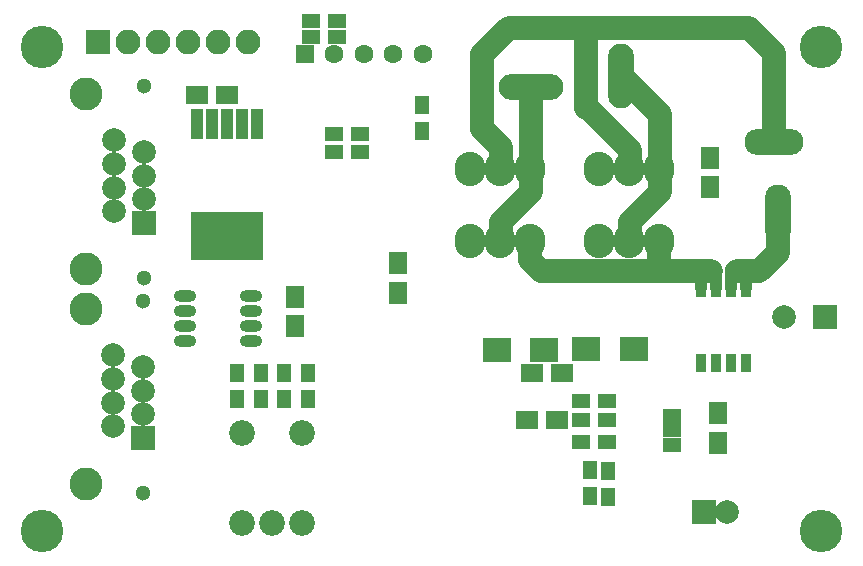
<source format=gbs>
G04 #@! TF.FileFunction,Soldermask,Bot*
%FSLAX46Y46*%
G04 Gerber Fmt 4.6, Leading zero omitted, Abs format (unit mm)*
G04 Created by KiCad (PCBNEW 4.0.5) date 04/04/17 09:28:52*
%MOMM*%
%LPD*%
G01*
G04 APERTURE LIST*
%ADD10C,0.100000*%
%ADD11C,2.000000*%
%ADD12C,1.000000*%
%ADD13C,1.600000*%
%ADD14R,1.600000X1.600000*%
%ADD15O,2.600000X2.899360*%
%ADD16R,0.908000X1.543000*%
%ADD17O,1.873200X1.009600*%
%ADD18C,2.800000*%
%ADD19C,1.300000*%
%ADD20C,2.000000*%
%ADD21R,2.000000X2.000000*%
%ADD22C,3.600000*%
%ADD23O,2.200000X5.500000*%
%ADD24O,5.500000X2.200000*%
%ADD25R,1.500000X2.400000*%
%ADD26R,1.500000X1.200000*%
%ADD27R,1.650000X1.900000*%
%ADD28R,1.600000X1.300000*%
%ADD29R,2.400000X2.000000*%
%ADD30R,1.900000X1.650000*%
%ADD31R,1.300000X1.600000*%
%ADD32R,1.080000X2.523950*%
%ADD33R,6.099760X4.149550*%
%ADD34R,2.100000X2.100000*%
%ADD35O,2.100000X2.100000*%
%ADD36O,5.000000X2.200000*%
%ADD37O,2.200000X5.000000*%
%ADD38C,2.178000*%
G04 APERTURE END LIST*
D10*
D11*
X210005000Y-67275000D02*
X210005000Y-69825000D01*
X200054804Y-69825000D02*
X199105000Y-68875196D01*
X218520000Y-69825000D02*
X220100000Y-68245000D01*
X218520000Y-69825000D02*
X216662000Y-69825000D01*
X220100000Y-64975000D02*
X220100000Y-68020000D01*
D12*
X217395000Y-71215000D02*
X217395000Y-69600000D01*
X216125000Y-71215000D02*
X216125000Y-69600000D01*
D11*
X214390000Y-69825000D02*
X213620000Y-69825000D01*
X197300000Y-49200000D02*
X217575000Y-49200000D01*
X197300000Y-49200000D02*
X195075000Y-51425000D01*
X200054804Y-69825000D02*
X214400000Y-69825000D01*
D12*
X214855000Y-71215000D02*
X214855000Y-69600000D01*
X213585000Y-71215000D02*
X213585000Y-69600000D01*
D11*
X199105000Y-67275000D02*
X199105000Y-68875196D01*
X210000000Y-69825000D02*
X206400000Y-69825000D01*
X196645000Y-65655000D02*
X196645000Y-67275000D01*
X207545000Y-65655000D02*
X207545000Y-67275000D01*
X210085000Y-63115000D02*
X207545000Y-65655000D01*
X210085000Y-61175000D02*
X210085000Y-63115000D01*
X200300000Y-69825000D02*
X206400000Y-69825000D01*
X196645000Y-65655000D02*
X199185000Y-63115000D01*
X199185000Y-61175000D02*
X199185000Y-63115000D01*
X195075000Y-57750000D02*
X196645000Y-59320000D01*
X210085000Y-56510000D02*
X206825000Y-53250000D01*
X207545000Y-59695000D02*
X207545000Y-61175000D01*
X210085000Y-56510000D02*
X210085000Y-61175000D01*
X199225000Y-54250000D02*
X199225000Y-61135000D01*
X196645000Y-61175000D02*
X196645000Y-59320000D01*
X219725000Y-51350000D02*
X217625000Y-49250000D01*
X207545000Y-59525000D02*
X203825000Y-55805000D01*
X203825000Y-49250000D02*
X203825000Y-55975000D01*
X219750000Y-58875000D02*
X219750000Y-51375000D01*
X195075000Y-54300000D02*
X195075000Y-51425000D01*
X195075000Y-54300000D02*
X195075000Y-57750000D01*
D13*
X190025000Y-51425000D03*
D14*
X180025000Y-51425000D03*
D13*
X182525000Y-51425000D03*
X185025000Y-51425000D03*
X187525000Y-51425000D03*
D15*
X207465000Y-67275000D03*
X204925000Y-67275000D03*
X210005000Y-67275000D03*
D16*
X213585000Y-77565000D03*
X214855000Y-77565000D03*
X216125000Y-77565000D03*
X217395000Y-77565000D03*
X217395000Y-71215000D03*
X216125000Y-71215000D03*
X214855000Y-71215000D03*
X213585000Y-71215000D03*
D17*
X175494000Y-71895000D03*
X175494000Y-73165000D03*
X175494000Y-74435000D03*
X175494000Y-75705000D03*
X169906000Y-75705000D03*
X169906000Y-74435000D03*
X169906000Y-73165000D03*
X169906000Y-71895000D03*
D18*
X161500000Y-73025000D03*
X161500000Y-87825000D03*
D19*
X166340000Y-72300000D03*
X166340000Y-88550000D03*
D20*
X166340000Y-77925000D03*
X166340000Y-79925000D03*
X166340000Y-81925000D03*
D21*
X166340000Y-83925000D03*
D20*
X163800000Y-76925000D03*
X163800000Y-78925000D03*
X163800000Y-80925000D03*
X163800000Y-82925000D03*
D22*
X223775000Y-50825000D03*
X223775000Y-91825000D03*
X157775000Y-91825000D03*
D23*
X206825000Y-53250000D03*
D24*
X199225000Y-54250000D03*
D25*
X211110000Y-82634000D03*
D26*
X211110000Y-84534000D03*
D21*
X213825000Y-90175000D03*
D20*
X215825000Y-90175000D03*
D27*
X215050000Y-81850000D03*
X215050000Y-84350000D03*
D21*
X224075000Y-73725000D03*
D20*
X220575000Y-73725000D03*
D28*
X205635000Y-80825000D03*
X203435000Y-80825000D03*
X203465000Y-84295000D03*
X205665000Y-84295000D03*
X205655000Y-82395000D03*
X203455000Y-82395000D03*
D27*
X214376000Y-60218000D03*
X214376000Y-62718000D03*
D29*
X203875000Y-76425000D03*
X207875000Y-76425000D03*
X200325000Y-76475000D03*
X196325000Y-76475000D03*
D30*
X199275000Y-78425000D03*
X201775000Y-78425000D03*
D31*
X176300000Y-78400000D03*
X176300000Y-80600000D03*
X178300000Y-78400000D03*
X178300000Y-80600000D03*
X180300000Y-78400000D03*
X180300000Y-80600000D03*
X174300000Y-78400000D03*
X174300000Y-80600000D03*
D32*
X176015520Y-57361500D03*
X173475520Y-57361500D03*
X174745520Y-57361500D03*
X172205520Y-57361500D03*
X170935520Y-57361500D03*
D33*
X173475000Y-66807000D03*
D28*
X180600000Y-48600000D03*
X182800000Y-48600000D03*
X180600000Y-49950000D03*
X182800000Y-49950000D03*
D31*
X204225000Y-86675000D03*
X204225000Y-88875000D03*
X205675000Y-86725000D03*
X205675000Y-88925000D03*
D28*
X182495000Y-58215000D03*
X184695000Y-58215000D03*
X182495000Y-59705000D03*
X184695000Y-59705000D03*
D34*
X162550000Y-50400000D03*
D35*
X165090000Y-50400000D03*
X167630000Y-50400000D03*
X170170000Y-50400000D03*
X172710000Y-50400000D03*
X175250000Y-50400000D03*
D18*
X161550000Y-54825000D03*
X161550000Y-69625000D03*
D19*
X166390000Y-54100000D03*
X166390000Y-70350000D03*
D20*
X166390000Y-59725000D03*
X166390000Y-61725000D03*
X166390000Y-63725000D03*
D21*
X166390000Y-65725000D03*
D20*
X163850000Y-58725000D03*
X163850000Y-60725000D03*
X163850000Y-62725000D03*
X163850000Y-64725000D03*
D30*
X170955000Y-54877000D03*
X173455000Y-54877000D03*
D27*
X187900000Y-69150000D03*
X187900000Y-71650000D03*
D30*
X201355000Y-82395000D03*
X198855000Y-82395000D03*
D27*
X179200000Y-74450000D03*
X179200000Y-71950000D03*
D36*
X219750000Y-58875000D03*
D37*
X220100000Y-64975000D03*
D38*
X179840000Y-83490000D03*
X174760000Y-83490000D03*
X174760000Y-91110000D03*
X177300000Y-91110000D03*
X179840000Y-91110000D03*
D22*
X157775000Y-50825000D03*
D31*
X190000000Y-57975000D03*
X190000000Y-55775000D03*
D15*
X207465000Y-61175000D03*
X204925000Y-61175000D03*
X210005000Y-61175000D03*
X196565000Y-67275000D03*
X194025000Y-67275000D03*
X199105000Y-67275000D03*
X196565000Y-61175000D03*
X194025000Y-61175000D03*
X199105000Y-61175000D03*
M02*

</source>
